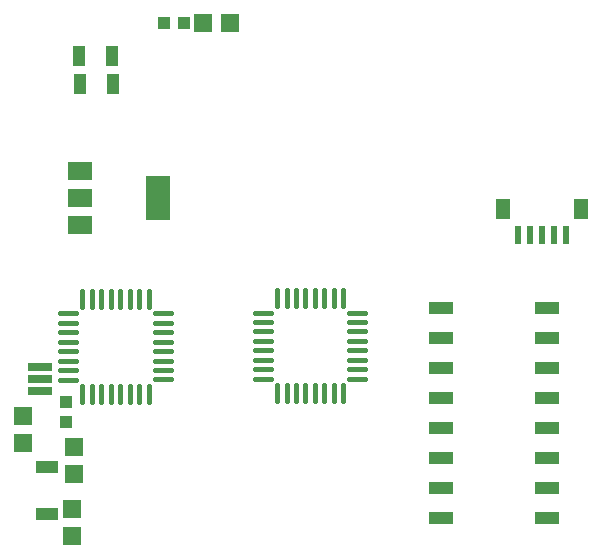
<source format=gtp>
G75*
G70*
%OFA0B0*%
%FSLAX24Y24*%
%IPPOS*%
%LPD*%
%AMOC8*
5,1,8,0,0,1.08239X$1,22.5*
%
%ADD10C,0.0170*%
%ADD11R,0.0440X0.0700*%
%ADD12R,0.0600X0.0600*%
%ADD13R,0.0787X0.0276*%
%ADD14R,0.0780X0.0400*%
%ADD15R,0.0800X0.0600*%
%ADD16R,0.0800X0.1500*%
%ADD17R,0.0472X0.0709*%
%ADD18R,0.0236X0.0610*%
%ADD19R,0.0433X0.0394*%
%ADD20R,0.0790X0.0430*%
%ADD21R,0.0394X0.0433*%
D10*
X002935Y005161D02*
X002935Y005691D01*
X003255Y005691D02*
X003255Y005161D01*
X003565Y005161D02*
X003565Y005691D01*
X003885Y005691D02*
X003885Y005161D01*
X004195Y005161D02*
X004195Y005691D01*
X004505Y005691D02*
X004505Y005161D01*
X004825Y005161D02*
X004825Y005691D01*
X005143Y005688D02*
X005143Y005158D01*
X005350Y005906D02*
X005880Y005906D01*
X005878Y006217D02*
X005348Y006217D01*
X005348Y006532D02*
X005878Y006532D01*
X005878Y006847D02*
X005348Y006847D01*
X005348Y007161D02*
X005878Y007161D01*
X005878Y007476D02*
X005348Y007476D01*
X005348Y007791D02*
X005878Y007791D01*
X005878Y008106D02*
X005348Y008106D01*
X005145Y008311D02*
X005145Y008841D01*
X004825Y008841D02*
X004825Y008311D01*
X004505Y008311D02*
X004505Y008841D01*
X004195Y008841D02*
X004195Y008311D01*
X003885Y008311D02*
X003885Y008841D01*
X003565Y008841D02*
X003565Y008311D01*
X003255Y008311D02*
X003255Y008841D01*
X002935Y008841D02*
X002935Y008311D01*
X002730Y008106D02*
X002200Y008106D01*
X002200Y007791D02*
X002730Y007791D01*
X002730Y007476D02*
X002200Y007476D01*
X002200Y007161D02*
X002730Y007161D01*
X002730Y006847D02*
X002200Y006847D01*
X002200Y006532D02*
X002730Y006532D01*
X002730Y006217D02*
X002200Y006217D01*
X002200Y005902D02*
X002730Y005902D01*
X008680Y005929D02*
X009210Y005929D01*
X009214Y006247D02*
X008684Y006247D01*
X008684Y006567D02*
X009214Y006567D01*
X009214Y006877D02*
X008684Y006877D01*
X008684Y007187D02*
X009214Y007187D01*
X009214Y007507D02*
X008684Y007507D01*
X008684Y007817D02*
X009214Y007817D01*
X009214Y008137D02*
X008684Y008137D01*
X009425Y008342D02*
X009425Y008872D01*
X009740Y008872D02*
X009740Y008342D01*
X010054Y008342D02*
X010054Y008872D01*
X010369Y008872D02*
X010369Y008342D01*
X010684Y008342D02*
X010684Y008872D01*
X010999Y008872D02*
X010999Y008342D01*
X011314Y008342D02*
X011314Y008872D01*
X011629Y008872D02*
X011629Y008342D01*
X011834Y008137D02*
X012364Y008137D01*
X012364Y007817D02*
X011834Y007817D01*
X011834Y007507D02*
X012364Y007507D01*
X012364Y007187D02*
X011834Y007187D01*
X011834Y006877D02*
X012364Y006877D01*
X012364Y006567D02*
X011834Y006567D01*
X011834Y006247D02*
X012364Y006247D01*
X012364Y005927D02*
X011834Y005927D01*
X011629Y005724D02*
X011629Y005194D01*
X011314Y005194D02*
X011314Y005724D01*
X010999Y005724D02*
X010999Y005194D01*
X010684Y005194D02*
X010684Y005724D01*
X010369Y005724D02*
X010369Y005194D01*
X010054Y005194D02*
X010054Y005724D01*
X009740Y005724D02*
X009740Y005194D01*
X009429Y005192D02*
X009429Y005722D01*
D11*
X003969Y015749D03*
X003913Y016700D03*
X002869Y015749D03*
X002813Y016700D03*
D12*
X006947Y017803D03*
X007847Y017803D03*
X000964Y004692D03*
X000964Y003792D03*
X002637Y003642D03*
X002637Y002742D03*
X002593Y001597D03*
X002593Y000697D03*
D13*
X001510Y005522D03*
X001510Y005916D03*
X001510Y006310D03*
D14*
X001765Y001408D03*
X001765Y002983D03*
D15*
X002840Y011047D03*
X002840Y011947D03*
X002840Y012847D03*
D16*
X005440Y011947D03*
D17*
X016951Y011591D03*
X019550Y011591D03*
D18*
X019038Y010715D03*
X018644Y010715D03*
X018251Y010715D03*
X017857Y010715D03*
X017463Y010715D03*
D19*
X006322Y017789D03*
X005652Y017789D03*
D20*
X014870Y008278D03*
X014870Y007278D03*
X014870Y006278D03*
X014870Y005278D03*
X014870Y004278D03*
X014870Y003278D03*
X014870Y002278D03*
X014870Y001278D03*
X018410Y001278D03*
X018410Y002278D03*
X018410Y003278D03*
X018410Y004278D03*
X018410Y005278D03*
X018410Y006278D03*
X018410Y007278D03*
X018410Y008278D03*
D21*
X002389Y005144D03*
X002389Y004474D03*
M02*

</source>
